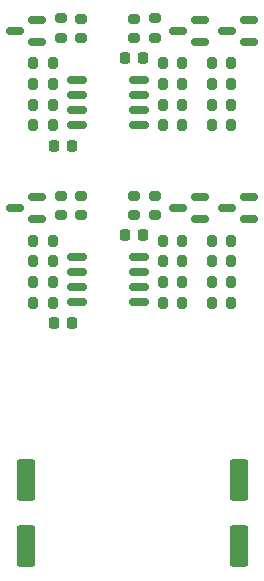
<source format=gbr>
%TF.GenerationSoftware,KiCad,Pcbnew,7.0.10*%
%TF.CreationDate,2024-03-07T23:06:27-06:00*%
%TF.ProjectId,Dual_VCA,4475616c-5f56-4434-912e-6b696361645f,rev?*%
%TF.SameCoordinates,Original*%
%TF.FileFunction,Paste,Top*%
%TF.FilePolarity,Positive*%
%FSLAX46Y46*%
G04 Gerber Fmt 4.6, Leading zero omitted, Abs format (unit mm)*
G04 Created by KiCad (PCBNEW 7.0.10) date 2024-03-07 23:06:27*
%MOMM*%
%LPD*%
G01*
G04 APERTURE LIST*
G04 Aperture macros list*
%AMRoundRect*
0 Rectangle with rounded corners*
0 $1 Rounding radius*
0 $2 $3 $4 $5 $6 $7 $8 $9 X,Y pos of 4 corners*
0 Add a 4 corners polygon primitive as box body*
4,1,4,$2,$3,$4,$5,$6,$7,$8,$9,$2,$3,0*
0 Add four circle primitives for the rounded corners*
1,1,$1+$1,$2,$3*
1,1,$1+$1,$4,$5*
1,1,$1+$1,$6,$7*
1,1,$1+$1,$8,$9*
0 Add four rect primitives between the rounded corners*
20,1,$1+$1,$2,$3,$4,$5,0*
20,1,$1+$1,$4,$5,$6,$7,0*
20,1,$1+$1,$6,$7,$8,$9,0*
20,1,$1+$1,$8,$9,$2,$3,0*%
G04 Aperture macros list end*
%ADD10RoundRect,0.150000X0.587500X0.150000X-0.587500X0.150000X-0.587500X-0.150000X0.587500X-0.150000X0*%
%ADD11RoundRect,0.200000X0.200000X0.275000X-0.200000X0.275000X-0.200000X-0.275000X0.200000X-0.275000X0*%
%ADD12RoundRect,0.150000X-0.675000X-0.150000X0.675000X-0.150000X0.675000X0.150000X-0.675000X0.150000X0*%
%ADD13RoundRect,0.200000X-0.200000X-0.275000X0.200000X-0.275000X0.200000X0.275000X-0.200000X0.275000X0*%
%ADD14RoundRect,0.225000X-0.225000X-0.250000X0.225000X-0.250000X0.225000X0.250000X-0.225000X0.250000X0*%
%ADD15RoundRect,0.200000X-0.275000X0.200000X-0.275000X-0.200000X0.275000X-0.200000X0.275000X0.200000X0*%
%ADD16RoundRect,0.250000X-0.550000X1.500000X-0.550000X-1.500000X0.550000X-1.500000X0.550000X1.500000X0*%
%ADD17RoundRect,0.200000X0.275000X-0.200000X0.275000X0.200000X-0.275000X0.200000X-0.275000X-0.200000X0*%
G04 APERTURE END LIST*
D10*
%TO.C,Q2*%
X134235000Y-124275000D03*
X134235000Y-122375000D03*
X132360000Y-123325000D03*
%TD*%
%TO.C,Q4*%
X128210000Y-123330000D03*
X130085000Y-122380000D03*
X130085000Y-124280000D03*
%TD*%
%TO.C,Q1*%
X116260000Y-124275000D03*
X116260000Y-122375000D03*
X114385000Y-123325000D03*
%TD*%
%TO.C,Q6*%
X116260000Y-109275000D03*
X116260000Y-107375000D03*
X114385000Y-108325000D03*
%TD*%
%TO.C,Q5*%
X134235000Y-109275000D03*
X134235000Y-107375000D03*
X132360000Y-108325000D03*
%TD*%
%TO.C,Q3*%
X130085000Y-109280000D03*
X130085000Y-107380000D03*
X128210000Y-108330000D03*
%TD*%
D11*
%TO.C,R19*%
X132691250Y-112825000D03*
X131041250Y-112825000D03*
%TD*%
D12*
%TO.C,U2*%
X119603750Y-112445000D03*
X119603750Y-113715000D03*
X119603750Y-114985000D03*
X119603750Y-116255000D03*
X124853750Y-116255000D03*
X124853750Y-114985000D03*
X124853750Y-113715000D03*
X124853750Y-112445000D03*
%TD*%
D13*
%TO.C,R2*%
X115928750Y-129575000D03*
X117578750Y-129575000D03*
%TD*%
D11*
%TO.C,R21*%
X128528750Y-111075000D03*
X126878750Y-111075000D03*
%TD*%
D14*
%TO.C,C5*%
X123660000Y-125630000D03*
X125210000Y-125630000D03*
%TD*%
D11*
%TO.C,R13*%
X132691250Y-131325000D03*
X131041250Y-131325000D03*
%TD*%
%TO.C,R12*%
X128528750Y-127825000D03*
X126878750Y-127825000D03*
%TD*%
%TO.C,R8*%
X132691250Y-127825000D03*
X131041250Y-127825000D03*
%TD*%
D13*
%TO.C,R28*%
X115928750Y-114575000D03*
X117578750Y-114575000D03*
%TD*%
D15*
%TO.C,R15*%
X124460000Y-122280000D03*
X124460000Y-123930000D03*
%TD*%
%TO.C,R5*%
X118260000Y-122275000D03*
X118260000Y-123925000D03*
%TD*%
D16*
%TO.C,C1*%
X115285000Y-146380000D03*
X115285000Y-151980000D03*
%TD*%
%TO.C,C2*%
X133385000Y-146355000D03*
X133385000Y-151955000D03*
%TD*%
D11*
%TO.C,R11*%
X132685000Y-126080000D03*
X131035000Y-126080000D03*
%TD*%
%TO.C,R22*%
X128528750Y-116325000D03*
X126878750Y-116325000D03*
%TD*%
%TO.C,R25*%
X132685000Y-111080000D03*
X131035000Y-111080000D03*
%TD*%
D17*
%TO.C,R27*%
X126210000Y-108925000D03*
X126210000Y-107275000D03*
%TD*%
D11*
%TO.C,R14*%
X128528750Y-126075000D03*
X126878750Y-126075000D03*
%TD*%
D13*
%TO.C,R4*%
X115928750Y-126075000D03*
X117578750Y-126075000D03*
%TD*%
D11*
%TO.C,R20*%
X128528750Y-114575000D03*
X126878750Y-114575000D03*
%TD*%
D15*
%TO.C,R31*%
X118260000Y-107275000D03*
X118260000Y-108925000D03*
%TD*%
D11*
%TO.C,R26*%
X132691250Y-116325000D03*
X131041250Y-116325000D03*
%TD*%
D17*
%TO.C,R6*%
X126210000Y-123925000D03*
X126210000Y-122275000D03*
%TD*%
D11*
%TO.C,R18*%
X132691250Y-114575000D03*
X131041250Y-114575000D03*
%TD*%
D13*
%TO.C,R3*%
X115928750Y-127825000D03*
X117578750Y-127825000D03*
%TD*%
%TO.C,R32*%
X115928750Y-111075000D03*
X117578750Y-111075000D03*
%TD*%
D15*
%TO.C,R23*%
X124460000Y-107280000D03*
X124460000Y-108930000D03*
%TD*%
D14*
%TO.C,C4*%
X117685000Y-118080000D03*
X119235000Y-118080000D03*
%TD*%
D15*
%TO.C,R24*%
X120010000Y-107280000D03*
X120010000Y-108930000D03*
%TD*%
D14*
%TO.C,C6*%
X117685000Y-133080000D03*
X119235000Y-133080000D03*
%TD*%
D11*
%TO.C,R9*%
X128528750Y-131325000D03*
X126878750Y-131325000D03*
%TD*%
%TO.C,R29*%
X117578750Y-116325000D03*
X115928750Y-116325000D03*
%TD*%
D12*
%TO.C,U1*%
X119603750Y-127445000D03*
X119603750Y-128715000D03*
X119603750Y-129985000D03*
X119603750Y-131255000D03*
X124853750Y-131255000D03*
X124853750Y-129985000D03*
X124853750Y-128715000D03*
X124853750Y-127445000D03*
%TD*%
D11*
%TO.C,R1*%
X117578750Y-131325000D03*
X115928750Y-131325000D03*
%TD*%
D13*
%TO.C,R30*%
X115928750Y-112825000D03*
X117578750Y-112825000D03*
%TD*%
D11*
%TO.C,R17*%
X128528750Y-112825000D03*
X126878750Y-112825000D03*
%TD*%
D15*
%TO.C,R16*%
X120010000Y-122280000D03*
X120010000Y-123930000D03*
%TD*%
D11*
%TO.C,R7*%
X131041250Y-129575000D03*
X132691250Y-129575000D03*
%TD*%
D14*
%TO.C,C3*%
X123660000Y-110630000D03*
X125210000Y-110630000D03*
%TD*%
D11*
%TO.C,R10*%
X128528750Y-129575000D03*
X126878750Y-129575000D03*
%TD*%
M02*

</source>
